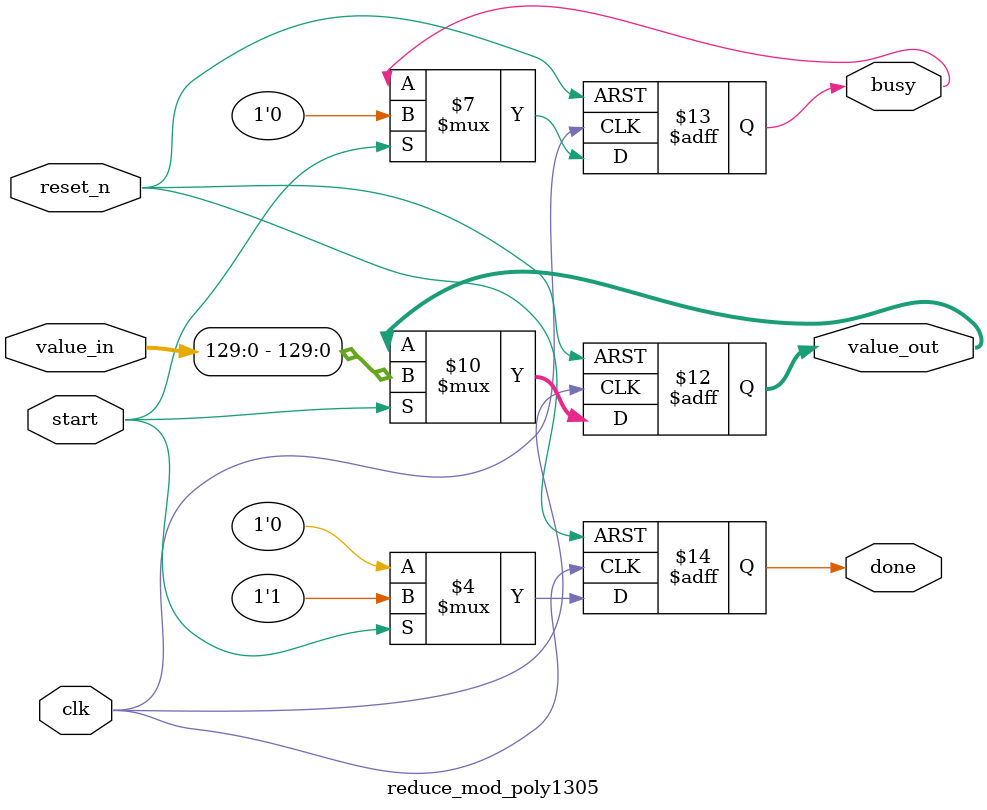
<source format=v>
`timescale 1ns/1ps
module reduce_mod_poly1305(
    input wire clk,
    input wire reset_n,
    input wire start,
    input wire [257:0] value_in,
    output reg [129:0] value_out,
    output reg busy,
    output reg done
);
    always @(posedge clk or negedge reset_n) begin
        if(!reset_n) begin
            value_out <= 0; busy <= 0; done <= 0;
        end else if(start) begin
            busy <= 1;
            value_out <= value_in[129:0]; // stub: simulate reduction
            done <= 1;
            busy <= 0;
        end else begin
            done <= 0;
        end
    end
endmodule

</source>
